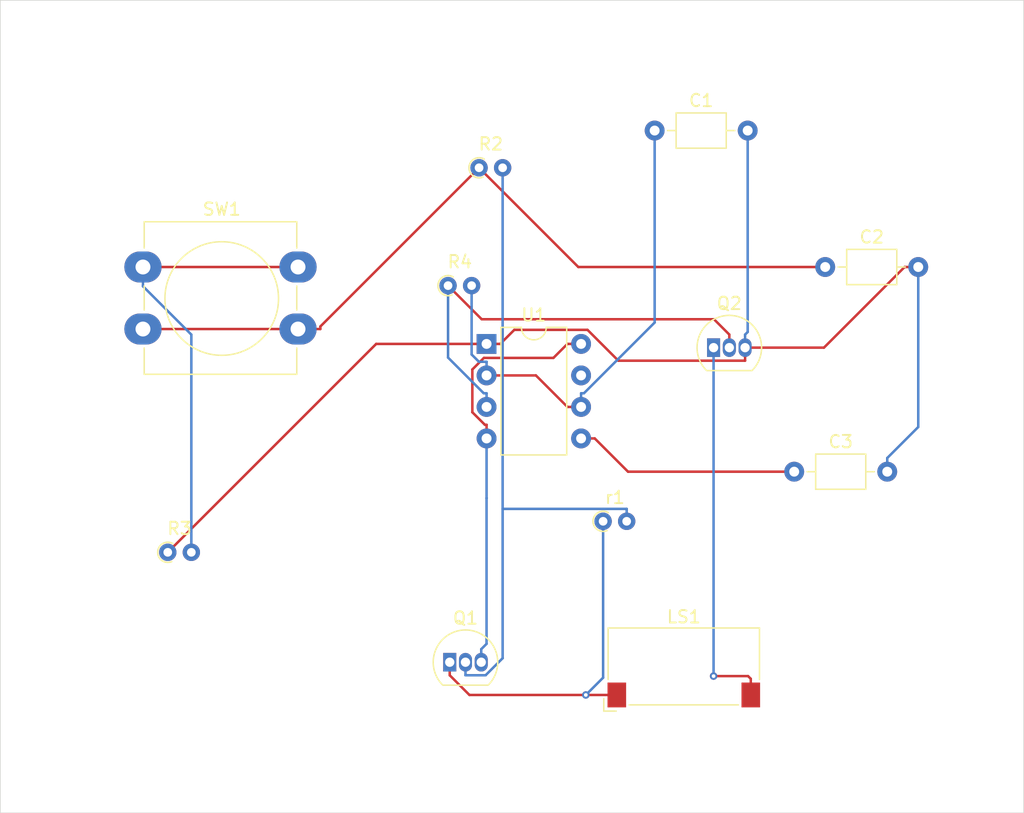
<source format=kicad_pcb>
(kicad_pcb (version 20240108) (generator "pcbnew") (generator_version "8.0")
  (layers (0 "F.Cu" signal) (31 "B.Cu" signal) (34 "B.Paste" user) (35 "F.Paste" user) (36 "B.SilkS" user "B.Silkscreen") (37 "F.SilkS" user "F.Silkscreen") (38 "B.Mask" user) (39 "F.Mask" user) (44 "Edge.Cuts" user))
  (net 0 "")
  (net 1 "Net-(U1-THR)")
  (net 2 "GND")
  (net 3 "Net-(C2-Pad1)")
  (net 4 "Net-(U1-CV)")
  (net 5 "Net-(Q2-C)")
  (net 6 "+5V")
  (net 7 "Net-(Q1-B)")
  (net 8 "Net-(Q1-E)")
  (net 9 "Net-(Q2-B)")
  (net 10 "Net-(R3-Pad2)")
  (footprint "Resistor_THT:R_Axial_DIN0204_L3.6mm_D1.6mm_P1.90mm_Vertical" (layer "F.Cu") (at 142.595 60)
    (property "Reference" "R2" (at 0.95 -1.92 0) (layer "F.SilkS"))
    (property "Value" "R")
    (fp_arc (start 0.320095 0.749359) (mid -0.813042 -0.054435) (end 0.417133 -0.7) (stroke (width 0.12)) (layer "F.SilkS"))
    (pad "1" thru_hole circle (at 0 0) (size 1.4 1.4) (drill 0.7) (layers "*.Cu" "*.Mask") (net 3 "Net-(C2-Pad1)"))
    (pad "2" thru_hole oval (at 1.9 0) (size 1.4 1.4) (drill 0.7) (layers "*.Cu" "*.Mask") (net 7 "Net-(Q1-B)"))
  )
  (footprint "Button_Switch_THT:SW_PUSH-12mm_Wuerth-430476085716" (layer "F.Cu") (at 115.5 68)
    (property "Reference" "SW1" (at 6.35 -4.66 0) (layer "F.SilkS"))
    (property "Value" "SW_Push")
    (fp_line (start 0.1 -3.65) (end 12.4 -3.65) (stroke (width 0.12)) (layer "F.SilkS"))
    (fp_line (start 0.1 -1.53) (end 0.1 -3.65) (stroke (width 0.12)) (layer "F.SilkS"))
    (fp_line (start 0.1 3.47) (end 0.1 1.53) (stroke (width 0.12)) (layer "F.SilkS"))
    (fp_line (start 0.1 8.65) (end 0.1 6.53) (stroke (width 0.12)) (layer "F.SilkS"))
    (fp_line (start 12.4 -3.65) (end 12.4 -1.53) (stroke (width 0.12)) (layer "F.SilkS"))
    (fp_line (start 12.4 1.53) (end 12.4 3.47) (stroke (width 0.12)) (layer "F.SilkS"))
    (fp_line (start 12.4 6.53) (end 12.4 8.65) (stroke (width 0.12)) (layer "F.SilkS"))
    (fp_line (start 12.4 8.65) (end 0.1 8.65) (stroke (width 0.12)) (layer "F.SilkS"))
    (fp_circle (center 6.35 2.54) (end 10.92905 2.54) (stroke (width 0.12)) (fill none) (layer "F.SilkS"))
    (pad "1" thru_hole oval (at 0 0) (size 3 2.5) (drill 1.2) (layers "*.Cu" "*.Mask") (net 10 "Net-(R3-Pad2)"))
    (pad "1" thru_hole oval (at 12.5 0) (size 3 2.5) (drill 1.2) (layers "*.Cu" "*.Mask") (net 10 "Net-(R3-Pad2)"))
    (pad "2" thru_hole oval (at 0 5) (size 3 2.5) (drill 1.2) (layers "*.Cu" "*.Mask") (net 3 "Net-(C2-Pad1)"))
    (pad "2" thru_hole oval (at 12.5 5) (size 3 2.5) (drill 1.2) (layers "*.Cu" "*.Mask") (net 3 "Net-(C2-Pad1)"))
  )
  (footprint "Package_TO_SOT_THT:TO-92_Inline" (layer "F.Cu") (at 140.23 99.86)
    (property "Reference" "Q1" (at 1.27 -3.56 0) (layer "F.SilkS"))
    (property "Value" "BC547")
    (fp_line (start -0.53 1.85) (end 3.07 1.85) (stroke (width 0.12)) (layer "F.SilkS"))
    (fp_arc (start -0.568478 1.838478) (mid -1.132087 -0.994977) (end 1.27 -2.6) (stroke (width 0.12)) (layer "F.SilkS"))
    (fp_arc (start 1.27 -2.6) (mid 3.672087 -0.994977) (end 3.108478 1.838478) (stroke (width 0.12)) (layer "F.SilkS"))
    (pad "1" thru_hole rect (at 0 0) (size 1.05 1.5) (drill 0.75) (layers "*.Cu" "*.Mask") (net 6 "+5V"))
    (pad "2" thru_hole oval (at 1.27 0) (size 1.05 1.5) (drill 0.75) (layers "*.Cu" "*.Mask") (net 7 "Net-(Q1-B)"))
    (pad "3" thru_hole oval (at 2.54 0) (size 1.05 1.5) (drill 0.75) (layers "*.Cu" "*.Mask") (net 8 "Net-(Q1-E)"))
  )
  (footprint "Capacitor_THT:C_Axial_L3.8mm_D2.6mm_P7.50mm_Horizontal" (layer "F.Cu") (at 168 84.5)
    (property "Reference" "C3" (at 3.75 -2.42 0) (layer "F.SilkS"))
    (property "Value" "C")
    (fp_line (start 1.04 0) (end 1.73 0) (stroke (width 0.12)) (layer "F.SilkS"))
    (fp_line (start 1.73 -1.42) (end 1.73 1.42) (stroke (width 0.12)) (layer "F.SilkS"))
    (fp_line (start 1.73 1.42) (end 5.77 1.42) (stroke (width 0.12)) (layer "F.SilkS"))
    (fp_line (start 5.77 -1.42) (end 1.73 -1.42) (stroke (width 0.12)) (layer "F.SilkS"))
    (fp_line (start 5.77 1.42) (end 5.77 -1.42) (stroke (width 0.12)) (layer "F.SilkS"))
    (fp_line (start 6.46 0) (end 5.77 0) (stroke (width 0.12)) (layer "F.SilkS"))
    (pad "1" thru_hole circle (at 0 0) (size 1.6 1.6) (drill 0.8) (layers "*.Cu" "*.Mask") (net 4 "Net-(U1-CV)"))
    (pad "2" thru_hole oval (at 7.5 0) (size 1.6 1.6) (drill 0.8) (layers "*.Cu" "*.Mask") (net 2 "GND"))
  )
  (footprint "Resistor_THT:R_Axial_DIN0204_L3.6mm_D1.6mm_P1.90mm_Vertical" (layer "F.Cu") (at 152.595 88.5)
    (property "Reference" "r1" (at 0.95 -1.92 0) (layer "F.SilkS"))
    (property "Value" "R")
    (fp_arc (start 0.320095 0.749359) (mid -0.813042 -0.054435) (end 0.417133 -0.7) (stroke (width 0.12)) (layer "F.SilkS"))
    (pad "1" thru_hole circle (at 0 0) (size 1.4 1.4) (drill 0.7) (layers "*.Cu" "*.Mask") (net 6 "+5V"))
    (pad "2" thru_hole oval (at 1.9 0) (size 1.4 1.4) (drill 0.7) (layers "*.Cu" "*.Mask") (net 7 "Net-(Q1-B)"))
  )
  (footprint "Capacitor_THT:C_Axial_L3.8mm_D2.6mm_P7.50mm_Horizontal" (layer "F.Cu") (at 170.5 68)
    (property "Reference" "C2" (at 3.75 -2.42 0) (layer "F.SilkS"))
    (property "Value" "C")
    (fp_line (start 1.04 0) (end 1.73 0) (stroke (width 0.12)) (layer "F.SilkS"))
    (fp_line (start 1.73 -1.42) (end 1.73 1.42) (stroke (width 0.12)) (layer "F.SilkS"))
    (fp_line (start 1.73 1.42) (end 5.77 1.42) (stroke (width 0.12)) (layer "F.SilkS"))
    (fp_line (start 5.77 -1.42) (end 1.73 -1.42) (stroke (width 0.12)) (layer "F.SilkS"))
    (fp_line (start 5.77 1.42) (end 5.77 -1.42) (stroke (width 0.12)) (layer "F.SilkS"))
    (fp_line (start 6.46 0) (end 5.77 0) (stroke (width 0.12)) (layer "F.SilkS"))
    (pad "1" thru_hole circle (at 0 0) (size 1.6 1.6) (drill 0.8) (layers "*.Cu" "*.Mask") (net 3 "Net-(C2-Pad1)"))
    (pad "2" thru_hole oval (at 7.5 0) (size 1.6 1.6) (drill 0.8) (layers "*.Cu" "*.Mask") (net 2 "GND"))
  )
  (footprint "Package_TO_SOT_THT:TO-92_Inline" (layer "F.Cu") (at 161.5 74.5)
    (property "Reference" "Q2" (at 1.27 -3.56 0) (layer "F.SilkS"))
    (property "Value" "BC547")
    (fp_line (start -0.53 1.85) (end 3.07 1.85) (stroke (width 0.12)) (layer "F.SilkS"))
    (fp_arc (start -0.568478 1.838478) (mid -1.132087 -0.994977) (end 1.27 -2.6) (stroke (width 0.12)) (layer "F.SilkS"))
    (fp_arc (start 1.27 -2.6) (mid 3.672087 -0.994977) (end 3.108478 1.838478) (stroke (width 0.12)) (layer "F.SilkS"))
    (pad "1" thru_hole rect (at 0 0) (size 1.05 1.5) (drill 0.75) (layers "*.Cu" "*.Mask") (net 5 "Net-(Q2-C)"))
    (pad "2" thru_hole oval (at 1.27 0) (size 1.05 1.5) (drill 0.75) (layers "*.Cu" "*.Mask") (net 9 "Net-(Q2-B)"))
    (pad "3" thru_hole oval (at 2.54 0) (size 1.05 1.5) (drill 0.75) (layers "*.Cu" "*.Mask") (net 2 "GND"))
  )
  (footprint "Buzzer_Beeper:Speaker_CUI_CMR-1206S-67" (layer "F.Cu") (at 159.1 100.2)
    (property "Reference" "LS1" (at 0 -4 0) (layer "F.SilkS"))
    (property "Value" "Speaker")
    (fp_line (start -6.45 2.6) (end -6.45 3.6) (stroke (width 0.12)) (layer "F.SilkS"))
    (fp_line (start -6.45 3.6) (end -5.45 3.6) (stroke (width 0.12)) (layer "F.SilkS"))
    (fp_line (start -6.1 -3.1) (end 6.1 -3.1) (stroke (width 0.12)) (layer "F.SilkS"))
    (fp_line (start -6.1 1.05) (end -6.1 -3.1) (stroke (width 0.12)) (layer "F.SilkS"))
    (fp_line (start 4.4 3.1) (end -4.4 3.1) (stroke (width 0.12)) (layer "F.SilkS"))
    (fp_line (start 6.1 -3.1) (end 6.1 1.05) (stroke (width 0.12)) (layer "F.SilkS"))
    (pad "1" smd rect (at -5.4 2.3 180) (size 1.5 2) (layers "F.Cu" "F.Mask") (net 6 "+5V"))
    (pad "2" smd rect (at 5.4 2.3 180) (size 1.5 2) (layers "F.Cu" "F.Mask") (net 5 "Net-(Q2-C)"))
  )
  (footprint "Resistor_THT:R_Axial_DIN0204_L3.6mm_D1.6mm_P1.90mm_Vertical" (layer "F.Cu") (at 117.5 91)
    (property "Reference" "R3" (at 0.95 -1.92 0) (layer "F.SilkS"))
    (property "Value" "R")
    (fp_arc (start 0.320095 0.749359) (mid -0.813042 -0.054435) (end 0.417133 -0.7) (stroke (width 0.12)) (layer "F.SilkS"))
    (pad "1" thru_hole circle (at 0 0) (size 1.4 1.4) (drill 0.7) (layers "*.Cu" "*.Mask") (net 2 "GND"))
    (pad "2" thru_hole oval (at 1.9 0) (size 1.4 1.4) (drill 0.7) (layers "*.Cu" "*.Mask") (net 10 "Net-(R3-Pad2)"))
  )
  (footprint "Package_DIP:DIP-8_W7.62mm" (layer "F.Cu") (at 143.2 74.2)
    (property "Reference" "U1" (at 3.81 -2.33 0) (layer "F.SilkS"))
    (property "Value" "NE555P")
    (fp_line (start 1.16 -1.33) (end 1.16 8.95) (stroke (width 0.12)) (layer "F.SilkS"))
    (fp_line (start 1.16 8.95) (end 6.46 8.95) (stroke (width 0.12)) (layer "F.SilkS"))
    (fp_line (start 2.81 -1.33) (end 1.16 -1.33) (stroke (width 0.12)) (layer "F.SilkS"))
    (fp_line (start 6.46 -1.33) (end 4.81 -1.33) (stroke (width 0.12)) (layer "F.SilkS"))
    (fp_line (start 6.46 8.95) (end 6.46 -1.33) (stroke (width 0.12)) (layer "F.SilkS"))
    (fp_arc (start 4.81 -1.33) (mid 3.81 -0.33) (end 2.81 -1.33) (stroke (width 0.12)) (layer "F.SilkS"))
    (pad "1" thru_hole rect (at 0 0) (size 1.6 1.6) (drill 0.8) (layers "*.Cu" "*.Mask") (net 2 "GND"))
    (pad "2" thru_hole oval (at 0 2.54) (size 1.6 1.6) (drill 0.8) (layers "*.Cu" "*.Mask") (net 1 "Net-(U1-THR)"))
    (pad "3" thru_hole oval (at 0 5.08) (size 1.6 1.6) (drill 0.8) (layers "*.Cu" "*.Mask") (net 9 "Net-(Q2-B)"))
    (pad "4" thru_hole oval (at 0 7.62) (size 1.6 1.6) (drill 0.8) (layers "*.Cu" "*.Mask") (net 8 "Net-(Q1-E)"))
    (pad "5" thru_hole oval (at 7.62 7.62) (size 1.6 1.6) (drill 0.8) (layers "*.Cu" "*.Mask") (net 4 "Net-(U1-CV)"))
    (pad "6" thru_hole oval (at 7.62 5.08) (size 1.6 1.6) (drill 0.8) (layers "*.Cu" "*.Mask") (net 1 "Net-(U1-THR)"))
    (pad "7" thru_hole oval (at 7.62 2.54) (size 1.6 1.6) (drill 0.8) (layers "*.Cu" "*.Mask"))
    (pad "8" thru_hole oval (at 7.62 0) (size 1.6 1.6) (drill 0.8) (layers "*.Cu" "*.Mask") (net 8 "Net-(Q1-E)"))
  )
  (footprint "Capacitor_THT:C_Axial_L3.8mm_D2.6mm_P7.50mm_Horizontal" (layer "F.Cu") (at 156.75 57)
    (property "Reference" "C1" (at 3.75 -2.42 0) (layer "F.SilkS"))
    (property "Value" "C")
    (fp_line (start 1.04 0) (end 1.73 0) (stroke (width 0.12)) (layer "F.SilkS"))
    (fp_line (start 1.73 -1.42) (end 1.73 1.42) (stroke (width 0.12)) (layer "F.SilkS"))
    (fp_line (start 1.73 1.42) (end 5.77 1.42) (stroke (width 0.12)) (layer "F.SilkS"))
    (fp_line (start 5.77 -1.42) (end 1.73 -1.42) (stroke (width 0.12)) (layer "F.SilkS"))
    (fp_line (start 5.77 1.42) (end 5.77 -1.42) (stroke (width 0.12)) (layer "F.SilkS"))
    (fp_line (start 6.46 0) (end 5.77 0) (stroke (width 0.12)) (layer "F.SilkS"))
    (pad "1" thru_hole circle (at 0 0) (size 1.6 1.6) (drill 0.8) (layers "*.Cu" "*.Mask") (net 1 "Net-(U1-THR)"))
    (pad "2" thru_hole oval (at 7.5 0) (size 1.6 1.6) (drill 0.8) (layers "*.Cu" "*.Mask") (net 2 "GND"))
  )
  (footprint "Resistor_THT:R_Axial_DIN0204_L3.6mm_D1.6mm_P1.90mm_Vertical" (layer "F.Cu") (at 140.095 69.5)
    (property "Reference" "R4" (at 0.95 -1.92 0) (layer "F.SilkS"))
    (property "Value" "R")
    (fp_arc (start 0.320095 0.749359) (mid -0.813042 -0.054435) (end 0.417133 -0.7) (stroke (width 0.12)) (layer "F.SilkS"))
    (pad "1" thru_hole circle (at 0 0) (size 1.4 1.4) (drill 0.7) (layers "*.Cu" "*.Mask") (net 9 "Net-(Q2-B)"))
    (pad "2" thru_hole oval (at 1.9 0) (size 1.4 1.4) (drill 0.7) (layers "*.Cu" "*.Mask") (net 1 "Net-(U1-THR)"))
  )
  (gr_rect (start 104 46.5) (end 186.5 112) (stroke (width 0.05)) (fill none) (layer "Edge.Cuts"))
  (segment (start 147.1783 76.74) (end 143.2 76.74) (width 0.2) (layer "F.Cu") (net 1))
  (segment (start 149.7183 79.28) (end 147.1783 76.74) (width 0.2) (layer "F.Cu") (net 1))
  (segment (start 150.82 79.28) (end 149.7183 79.28) (width 0.2) (layer "F.Cu") (net 1))
  (segment (start 156.75 72.4766) (end 151.0483 78.1783) (width 0.2) (layer "B.Cu") (net 1))
  (segment (start 141.995 75.0512) (end 142.5821 75.6383) (width 0.2) (layer "B.Cu") (net 1))
  (segment (start 151.0483 78.1783) (end 150.82 78.1783) (width 0.2) (layer "B.Cu") (net 1))
  (segment (start 150.82 79.28) (end 150.82 78.1783) (width 0.2) (layer "B.Cu") (net 1))
  (segment (start 156.75 57) (end 156.75 72.4766) (width 0.2) (layer "B.Cu") (net 1))
  (segment (start 143.2 76.74) (end 143.2 75.6383) (width 0.2) (layer "B.Cu") (net 1))
  (segment (start 142.5821 75.6383) (end 143.2 75.6383) (width 0.2) (layer "B.Cu") (net 1))
  (segment (start 141.995 69.5) (end 141.995 75.0512) (width 0.2) (layer "B.Cu") (net 1))
  (segment (start 117.5 91) (end 134.3 74.2) (width 0.2) (layer "F.Cu") (net 2))
  (segment (start 144.3017 74.2) (end 145.4357 73.066) (width 0.2) (layer "F.Cu") (net 2))
  (segment (start 134.3 74.2) (end 143.2 74.2) (width 0.2) (layer "F.Cu") (net 2))
  (segment (start 164.04 74.5) (end 164.04 75.5517) (width 0.2) (layer "F.Cu") (net 2))
  (segment (start 170.3983 74.5) (end 164.04 74.5) (width 0.2) (layer "F.Cu") (net 2))
  (segment (start 153.8219 75.5517) (end 164.04 75.5517) (width 0.2) (layer "F.Cu") (net 2))
  (segment (start 151.3362 73.066) (end 153.8219 75.5517) (width 0.2) (layer "F.Cu") (net 2))
  (segment (start 178 68) (end 176.8983 68) (width 0.2) (layer "F.Cu") (net 2))
  (segment (start 145.4357 73.066) (end 151.3362 73.066) (width 0.2) (layer "F.Cu") (net 2))
  (segment (start 176.8983 68) (end 170.3983 74.5) (width 0.2) (layer "F.Cu") (net 2))
  (segment (start 143.2 74.2) (end 144.3017 74.2) (width 0.2) (layer "F.Cu") (net 2))
  (segment (start 178 68) (end 178 80.8983) (width 0.2) (layer "B.Cu") (net 2))
  (segment (start 175.5 84.5) (end 175.5 83.3983) (width 0.2) (layer "B.Cu") (net 2))
  (segment (start 164.25 57) (end 164.25 73.2383) (width 0.2) (layer "B.Cu") (net 2))
  (segment (start 178 80.8983) (end 175.5 83.3983) (width 0.2) (layer "B.Cu") (net 2))
  (segment (start 164.04 74.5) (end 164.04 73.4483) (width 0.2) (layer "B.Cu") (net 2))
  (segment (start 164.25 73.2383) (end 164.04 73.4483) (width 0.2) (layer "B.Cu") (net 2))
  (segment (start 142.595 60) (end 129.8017 72.7933) (width 0.2) (layer "F.Cu") (net 3))
  (segment (start 170.5 68) (end 150.595 68) (width 0.2) (layer "F.Cu") (net 3))
  (segment (start 150.595 68) (end 142.595 60) (width 0.2) (layer "F.Cu") (net 3))
  (segment (start 128.9009 73) (end 129.8017 73) (width 0.2) (layer "F.Cu") (net 3))
  (segment (start 128 73) (end 115.5 73) (width 0.2) (layer "F.Cu") (net 3))
  (segment (start 129.8017 72.7933) (end 129.8017 73) (width 0.2) (layer "F.Cu") (net 3))
  (segment (start 128.9009 73) (end 128 73) (width 0.2) (layer "F.Cu") (net 3))
  (segment (start 150.82 81.82) (end 151.9217 81.82) (width 0.2) (layer "F.Cu") (net 4))
  (segment (start 168 84.5) (end 154.6017 84.5) (width 0.2) (layer "F.Cu") (net 4))
  (segment (start 154.6017 84.5) (end 151.9217 81.82) (width 0.2) (layer "F.Cu") (net 4))
  (segment (start 164.2809 100.9792) (end 161.5 100.9792) (width 0.2) (layer "F.Cu") (net 5))
  (segment (start 164.5 101.1983) (end 164.2809 100.9792) (width 0.2) (layer "F.Cu") (net 5))
  (segment (start 164.5 102.5) (end 164.5 101.1983) (width 0.2) (layer "F.Cu") (net 5))
  (via (at 161.5 100.9792) (size 0.6) (drill 0.3) (layers "F.Cu" "B.Cu") (net 5))
  (segment (start 161.5 74.5) (end 161.5 100.9792) (width 0.2) (layer "B.Cu") (net 5))
  (segment (start 151.2014 102.5) (end 153.7 102.5) (width 0.2) (layer "F.Cu") (net 6))
  (segment (start 141.8183 102.5) (end 151.2014 102.5) (width 0.2) (layer "F.Cu") (net 6))
  (segment (start 140.23 100.9117) (end 141.8183 102.5) (width 0.2) (layer "F.Cu") (net 6))
  (segment (start 140.23 99.86) (end 140.23 100.9117) (width 0.2) (layer "F.Cu") (net 6))
  (via (at 151.2014 102.5) (size 0.6) (drill 0.3) (layers "F.Cu" "B.Cu") (net 6))
  (segment (start 152.595 101.1064) (end 151.2014 102.5) (width 0.2) (layer "B.Cu") (net 6))
  (segment (start 152.595 88.5) (end 152.595 101.1064) (width 0.2) (layer "B.Cu") (net 6))
  (segment (start 154.495 87.4983) (end 144.495 87.4983) (width 0.2) (layer "B.Cu") (net 7))
  (segment (start 141.5 100.9117) (end 143.121 100.9117) (width 0.2) (layer "B.Cu") (net 7))
  (segment (start 144.495 87.4983) (end 144.495 60) (width 0.2) (layer "B.Cu") (net 7))
  (segment (start 154.495 88.5) (end 154.495 87.4983) (width 0.2) (layer "B.Cu") (net 7))
  (segment (start 144.495 99.5377) (end 144.495 87.4983) (width 0.2) (layer "B.Cu") (net 7))
  (segment (start 143.121 100.9117) (end 144.495 99.5377) (width 0.2) (layer "B.Cu") (net 7))
  (segment (start 141.5 99.86) (end 141.5 100.9117) (width 0.2) (layer "B.Cu") (net 7))
  (segment (start 143.2 81.82) (end 143.2 80.7183) (width 0.2) (layer "F.Cu") (net 8))
  (segment (start 143.2 80.7183) (end 143.0623 80.7183) (width 0.2) (layer "F.Cu") (net 8))
  (segment (start 142.0536 79.7096) (end 142.0536 76.2593) (width 0.2) (layer "F.Cu") (net 8))
  (segment (start 150.82 74.2) (end 149.7183 74.2) (width 0.2) (layer "F.Cu") (net 8))
  (segment (start 142.0536 76.2593) (end 142.9845 75.3284) (width 0.2) (layer "F.Cu") (net 8))
  (segment (start 148.5899 75.3284) (end 149.7183 74.2) (width 0.2) (layer "F.Cu") (net 8))
  (segment (start 142.9845 75.3284) (end 148.5899 75.3284) (width 0.2) (layer "F.Cu") (net 8))
  (segment (start 143.0623 80.7183) (end 142.0536 79.7096) (width 0.2) (layer "F.Cu") (net 8))
  (segment (start 143.1985 86.6327) (end 143.1985 98.3798) (width 0.2) (layer "B.Cu") (net 8))
  (segment (start 143.1985 98.3798) (end 142.77 98.8083) (width 0.2) (layer "B.Cu") (net 8))
  (segment (start 143.2 86.6312) (end 143.1985 86.6327) (width 0.2) (layer "B.Cu") (net 8))
  (segment (start 142.77 99.86) (end 142.77 98.8083) (width 0.2) (layer "B.Cu") (net 8))
  (segment (start 143.2 81.82) (end 143.2 86.6312) (width 0.2) (layer "B.Cu") (net 8))
  (segment (start 140.095 69.5) (end 142.8064 72.2114) (width 0.2) (layer "F.Cu") (net 9))
  (segment (start 161.5331 72.2114) (end 162.77 73.4483) (width 0.2) (layer "F.Cu") (net 9))
  (segment (start 142.8064 72.2114) (end 161.5331 72.2114) (width 0.2) (layer "F.Cu") (net 9))
  (segment (start 162.77 74.5) (end 162.77 73.4483) (width 0.2) (layer "F.Cu") (net 9))
  (segment (start 143.2 79.28) (end 143.2 78.1783) (width 0.2) (layer "B.Cu") (net 9))
  (segment (start 140.095 69.5) (end 140.095 75.3016) (width 0.2) (layer "B.Cu") (net 9))
  (segment (start 142.9717 78.1783) (end 143.2 78.1783) (width 0.2) (layer "B.Cu") (net 9))
  (segment (start 140.095 75.3016) (end 142.9717 78.1783) (width 0.2) (layer "B.Cu") (net 9))
  (segment (start 128 68) (end 115.5 68) (width 0.2) (layer "F.Cu") (net 10))
  (segment (start 119.4 91) (end 119.4 73.4517) (width 0.2) (layer "B.Cu") (net 10))
  (segment (start 119.4 73.4517) (end 115.5 69.5517) (width 0.2) (layer "B.Cu") (net 10))
  (segment (start 115.5 68) (end 115.5 69.5517) (width 0.2) (layer "B.Cu") (net 10))
)
</source>
